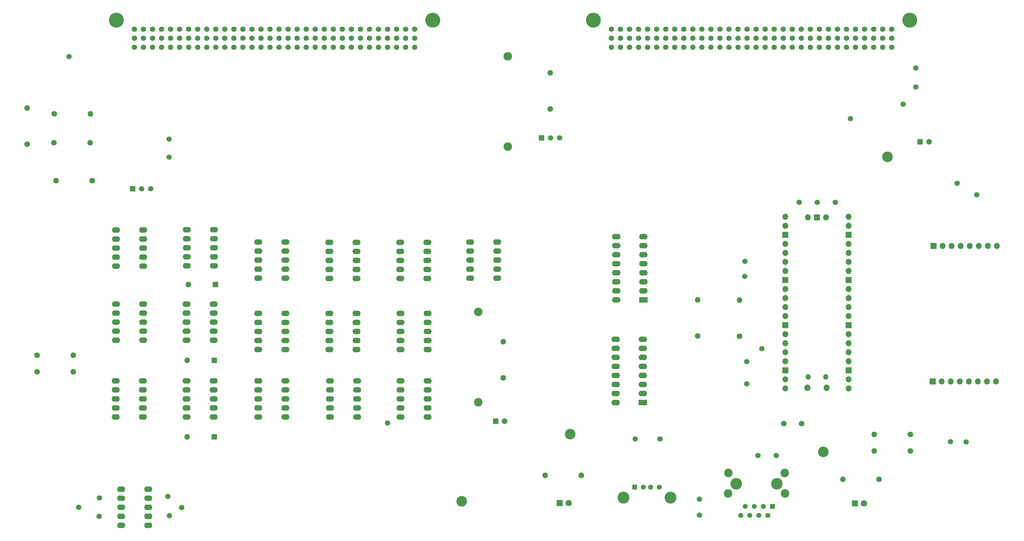
<source format=gbs>
%TF.GenerationSoftware,KiCad,Pcbnew,7.0.5*%
%TF.CreationDate,2025-02-05T20:03:36-05:00*%
%TF.ProjectId,selftest_bd,73656c66-7465-4737-945f-62642e6b6963,2.1*%
%TF.SameCoordinates,Original*%
%TF.FileFunction,Soldermask,Bot*%
%TF.FilePolarity,Negative*%
%FSLAX46Y46*%
G04 Gerber Fmt 4.6, Leading zero omitted, Abs format (unit mm)*
G04 Created by KiCad (PCBNEW 7.0.5) date 2025-02-05 20:03:36*
%MOMM*%
%LPD*%
G01*
G04 APERTURE LIST*
%ADD10C,1.500000*%
%ADD11R,1.800000X1.800000*%
%ADD12C,1.800000*%
%ADD13O,2.300000X1.600000*%
%ADD14R,1.600000X1.600000*%
%ADD15O,1.600000X1.600000*%
%ADD16C,3.250000*%
%ADD17R,1.408000X1.408000*%
%ADD18C,1.408000*%
%ADD19C,2.400000*%
%ADD20C,4.200000*%
%ADD21C,1.600000*%
%ADD22R,1.500000X1.500000*%
%ADD23R,2.400000X1.600000*%
%ADD24O,2.400000X1.600000*%
%ADD25O,2.400000X2.400000*%
%ADD26C,3.000000*%
%ADD27R,1.428000X1.428000*%
%ADD28C,1.428000*%
%ADD29C,3.346000*%
%ADD30R,1.700000X1.700000*%
%ADD31O,1.700000X1.700000*%
%ADD32O,1.800000X1.800000*%
%ADD33O,1.500000X1.500000*%
G04 APERTURE END LIST*
D10*
%TO.C,TP15*%
X215701800Y-98590000D03*
%TD*%
%TO.C,TP32*%
X27923500Y-139564335D03*
%TD*%
%TO.C,TP5*%
X259639000Y-26230000D03*
%TD*%
D11*
%TO.C,D4*%
X163063200Y-138421800D03*
D12*
X165603200Y-138421800D03*
%TD*%
D10*
%TO.C,TP23*%
X202387400Y-141774600D03*
%TD*%
%TO.C,TP40*%
X191313000Y-120337000D03*
%TD*%
D13*
%TO.C,K16*%
X125948400Y-75221600D03*
X125948400Y-72681600D03*
X125948400Y-70141600D03*
X125948400Y-67601600D03*
X125948400Y-65061600D03*
X118328400Y-65061600D03*
X118328400Y-67601600D03*
X118328400Y-70141600D03*
X118328400Y-72681600D03*
X118328400Y-75221600D03*
%TD*%
D10*
%TO.C,TP35*%
X33723500Y-142164335D03*
%TD*%
D13*
%TO.C,K4*%
X126015200Y-114226200D03*
X126015200Y-111686200D03*
X126015200Y-109146200D03*
X126015200Y-106606200D03*
X126015200Y-104066200D03*
X118395200Y-104066200D03*
X118395200Y-106606200D03*
X118395200Y-109146200D03*
X118395200Y-111686200D03*
X118395200Y-114226200D03*
%TD*%
D14*
%TO.C,D1*%
X66025200Y-98276200D03*
D15*
X58405200Y-98276200D03*
%TD*%
D16*
%TO.C,J3*%
X224129800Y-132960800D03*
X212699800Y-132960800D03*
D17*
X222859800Y-139310800D03*
D18*
X221589800Y-141850800D03*
X220319800Y-139310800D03*
X219049800Y-141850800D03*
X217779800Y-139310800D03*
X216509800Y-141850800D03*
X215239800Y-139310800D03*
X213969800Y-141850800D03*
D19*
X226439800Y-135710800D03*
X226329800Y-129910800D03*
X210499800Y-129910800D03*
X210389800Y-135710800D03*
%TD*%
D10*
%TO.C,J2*%
X122352000Y-5165335D03*
X119812000Y-5165335D03*
X117272000Y-5165335D03*
X114732000Y-5165335D03*
X112192000Y-5165335D03*
X109652000Y-5165335D03*
X107112000Y-5165335D03*
X104572000Y-5165335D03*
X102032000Y-5165335D03*
X99492000Y-5165335D03*
X96952000Y-5165335D03*
X94412000Y-5165335D03*
X91872000Y-5165335D03*
X89332000Y-5165335D03*
X86792000Y-5165335D03*
X84252000Y-5165335D03*
X81712000Y-5165335D03*
X79172000Y-5165335D03*
X76632000Y-5165335D03*
X74092000Y-5165335D03*
X71552000Y-5165335D03*
X69012000Y-5165335D03*
X66472000Y-5165335D03*
X63932000Y-5165335D03*
X61392000Y-5165335D03*
X58852000Y-5165335D03*
X56312000Y-5165335D03*
X53772000Y-5165335D03*
X51232000Y-5165335D03*
X48692000Y-5165335D03*
X46152000Y-5165335D03*
X43612000Y-5165335D03*
X122352000Y-7705335D03*
X119812000Y-7705335D03*
X117272000Y-7705335D03*
X114732000Y-7705335D03*
X112192000Y-7705335D03*
X109652000Y-7705335D03*
X107112000Y-7705335D03*
X104572000Y-7705335D03*
X102032000Y-7705335D03*
X99492000Y-7705335D03*
X96952000Y-7705335D03*
X94412000Y-7705335D03*
X91872000Y-7705335D03*
X89332000Y-7705335D03*
X86792000Y-7705335D03*
X84252000Y-7705335D03*
X81712000Y-7705335D03*
X79172000Y-7705335D03*
X76632000Y-7705335D03*
X74092000Y-7705335D03*
X71552000Y-7705335D03*
X69012000Y-7705335D03*
X66472000Y-7705335D03*
X63932000Y-7705335D03*
X61392000Y-7705335D03*
X58852000Y-7705335D03*
X56312000Y-7705335D03*
X53772000Y-7705335D03*
X51232000Y-7705335D03*
X48692000Y-7705335D03*
X46152000Y-7705335D03*
X43612000Y-7705335D03*
X122352000Y-10245335D03*
X119812000Y-10245335D03*
X117272000Y-10245335D03*
X114732000Y-10245335D03*
X112192000Y-10245335D03*
X109652000Y-10245335D03*
X107112000Y-10245335D03*
X104572000Y-10245335D03*
X102032000Y-10245335D03*
X99492000Y-10245335D03*
X96952000Y-10245335D03*
X94412000Y-10245335D03*
X91872000Y-10245335D03*
X89332000Y-10245335D03*
X86792000Y-10245335D03*
X84252000Y-10245335D03*
X81712000Y-10245335D03*
X79172000Y-10245335D03*
X76632000Y-10245335D03*
X74092000Y-10245335D03*
X71552000Y-10245335D03*
X69012000Y-10245335D03*
X66472000Y-10245335D03*
X63932000Y-10245335D03*
X61392000Y-10245335D03*
X58852000Y-10245335D03*
X56312000Y-10245335D03*
X53772000Y-10245335D03*
X51232000Y-10245335D03*
X48692000Y-10245335D03*
X46152000Y-10245335D03*
X43612000Y-10245335D03*
D20*
X127432000Y-2625335D03*
X38532000Y-2625335D03*
%TD*%
D10*
%TO.C,TP2*%
X244811200Y-30294000D03*
%TD*%
%TO.C,TP11*%
X230391400Y-53826600D03*
%TD*%
%TO.C,TP9*%
X25269600Y-12818665D03*
%TD*%
D21*
%TO.C,R9*%
X261671000Y-123766000D03*
D15*
X251511000Y-123766000D03*
%TD*%
D21*
%TO.C,R1*%
X147215200Y-103186200D03*
D15*
X147215200Y-93026200D03*
%TD*%
D21*
%TO.C,R7*%
X21056800Y-37050400D03*
D15*
X31216800Y-37050400D03*
%TD*%
D13*
%TO.C,K17*%
X47513500Y-144654335D03*
X47513500Y-142114335D03*
X47513500Y-139574335D03*
X47513500Y-137034335D03*
X47513500Y-134494335D03*
X39893500Y-134494335D03*
X39893500Y-137034335D03*
X39893500Y-139574335D03*
X39893500Y-142114335D03*
X39893500Y-144654335D03*
%TD*%
D10*
%TO.C,TP4*%
X53391000Y-36009000D03*
%TD*%
%TO.C,J1*%
X256387800Y-5165335D03*
X253847800Y-5165335D03*
X251307800Y-5165335D03*
X248767800Y-5165335D03*
X246227800Y-5165335D03*
X243687800Y-5165335D03*
X241147800Y-5165335D03*
X238607800Y-5165335D03*
X236067800Y-5165335D03*
X233527800Y-5165335D03*
X230987800Y-5165335D03*
X228447800Y-5165335D03*
X225907800Y-5165335D03*
X223367800Y-5165335D03*
X220827800Y-5165335D03*
X218287800Y-5165335D03*
X215747800Y-5165335D03*
X213207800Y-5165335D03*
X210667800Y-5165335D03*
X208127800Y-5165335D03*
X205587800Y-5165335D03*
X203047800Y-5165335D03*
X200507800Y-5165335D03*
X197967800Y-5165335D03*
X195427800Y-5165335D03*
X192887800Y-5165335D03*
X190347800Y-5165335D03*
X187807800Y-5165335D03*
X185267800Y-5165335D03*
X182727800Y-5165335D03*
X180187800Y-5165335D03*
X177647800Y-5165335D03*
X256387800Y-7705335D03*
X253847800Y-7705335D03*
X251307800Y-7705335D03*
X248767800Y-7705335D03*
X246227800Y-7705335D03*
X243687800Y-7705335D03*
X241147800Y-7705335D03*
X238607800Y-7705335D03*
X236067800Y-7705335D03*
X233527800Y-7705335D03*
X230987800Y-7705335D03*
X228447800Y-7705335D03*
X225907800Y-7705335D03*
X223367800Y-7705335D03*
X220827800Y-7705335D03*
X218287800Y-7705335D03*
X215747800Y-7705335D03*
X213207800Y-7705335D03*
X210667800Y-7705335D03*
X208127800Y-7705335D03*
X205587800Y-7705335D03*
X203047800Y-7705335D03*
X200507800Y-7705335D03*
X197967800Y-7705335D03*
X195427800Y-7705335D03*
X192887800Y-7705335D03*
X190347800Y-7705335D03*
X187807800Y-7705335D03*
X185267800Y-7705335D03*
X182727800Y-7705335D03*
X180187800Y-7705335D03*
X177647800Y-7705335D03*
X256387800Y-10245335D03*
X253847800Y-10245335D03*
X251307800Y-10245335D03*
X248767800Y-10245335D03*
X246227800Y-10245335D03*
X243687800Y-10245335D03*
X241147800Y-10245335D03*
X238607800Y-10245335D03*
X236067800Y-10245335D03*
X233527800Y-10245335D03*
X230987800Y-10245335D03*
X228447800Y-10245335D03*
X225907800Y-10245335D03*
X223367800Y-10245335D03*
X220827800Y-10245335D03*
X218287800Y-10245335D03*
X215747800Y-10245335D03*
X213207800Y-10245335D03*
X210667800Y-10245335D03*
X208127800Y-10245335D03*
X205587800Y-10245335D03*
X203047800Y-10245335D03*
X200507800Y-10245335D03*
X197967800Y-10245335D03*
X195427800Y-10245335D03*
X192887800Y-10245335D03*
X190347800Y-10245335D03*
X187807800Y-10245335D03*
X185267800Y-10245335D03*
X182727800Y-10245335D03*
X180187800Y-10245335D03*
X177647800Y-10245335D03*
D20*
X261467800Y-2625335D03*
X172567800Y-2625335D03*
%TD*%
D10*
%TO.C,TP14*%
X215701800Y-104889200D03*
%TD*%
D13*
%TO.C,K14*%
X86015200Y-75196200D03*
X86015200Y-72656200D03*
X86015200Y-70116200D03*
X86015200Y-67576200D03*
X86015200Y-65036200D03*
X78395200Y-65036200D03*
X78395200Y-67576200D03*
X78395200Y-70116200D03*
X78395200Y-72656200D03*
X78395200Y-75196200D03*
%TD*%
D22*
%TO.C,U4*%
X157988200Y-35708600D03*
D10*
X160528200Y-35708600D03*
X163068200Y-35708600D03*
%TD*%
D23*
%TO.C,U2*%
X186588600Y-81271800D03*
D24*
X186588600Y-78731800D03*
X186588600Y-76191800D03*
X186588600Y-73651800D03*
X186588600Y-71111800D03*
X186588600Y-68571800D03*
X186588600Y-66031800D03*
X186588600Y-63491800D03*
X178968600Y-63491800D03*
X178968600Y-66031800D03*
X178968600Y-68571800D03*
X178968600Y-71111800D03*
X178968600Y-73651800D03*
X178968600Y-76191800D03*
X178968600Y-78731800D03*
X178968600Y-81271800D03*
%TD*%
D23*
%TO.C,U3*%
X186436200Y-110151600D03*
D24*
X186436200Y-107611600D03*
X186436200Y-105071600D03*
X186436200Y-102531600D03*
X186436200Y-99991600D03*
X186436200Y-97451600D03*
X186436200Y-94911600D03*
X186436200Y-92371600D03*
X178816200Y-92371600D03*
X178816200Y-94911600D03*
X178816200Y-97451600D03*
X178816200Y-99991600D03*
X178816200Y-102531600D03*
X178816200Y-105071600D03*
X178816200Y-107611600D03*
X178816200Y-110151600D03*
%TD*%
D21*
%TO.C,C1*%
X231111000Y-116019000D03*
X226111000Y-116019000D03*
%TD*%
D10*
%TO.C,TP17*%
X219888000Y-94937000D03*
%TD*%
D13*
%TO.C,K6*%
X46085200Y-71756200D03*
X46085200Y-69216200D03*
X46085200Y-66676200D03*
X46085200Y-64136200D03*
X46085200Y-61596200D03*
X38465200Y-61596200D03*
X38465200Y-64136200D03*
X38465200Y-66676200D03*
X38465200Y-69216200D03*
X38465200Y-71756200D03*
%TD*%
D21*
%TO.C,R11*%
X201854000Y-91381000D03*
D15*
X201854000Y-81221000D03*
%TD*%
D19*
%TO.C,R12*%
X148539400Y-38142600D03*
D25*
X148539400Y-12742600D03*
%TD*%
D10*
%TO.C,TP1*%
X263131200Y-16054065D03*
%TD*%
D13*
%TO.C,K2*%
X86015200Y-114226200D03*
X86015200Y-111686200D03*
X86015200Y-109146200D03*
X86015200Y-106606200D03*
X86015200Y-104066200D03*
X78395200Y-104066200D03*
X78395200Y-106606200D03*
X78395200Y-109146200D03*
X78395200Y-111686200D03*
X78395200Y-114226200D03*
%TD*%
%TO.C,K9*%
X46085200Y-92616200D03*
X46085200Y-90076200D03*
X46085200Y-87536200D03*
X46085200Y-84996200D03*
X46085200Y-82456200D03*
X38465200Y-82456200D03*
X38465200Y-84996200D03*
X38465200Y-87536200D03*
X38465200Y-90076200D03*
X38465200Y-92616200D03*
%TD*%
D10*
%TO.C,TP20*%
X272923200Y-121175200D03*
%TD*%
D13*
%TO.C,K15*%
X106015200Y-75221600D03*
X106015200Y-72681600D03*
X106015200Y-70141600D03*
X106015200Y-67601600D03*
X106015200Y-65061600D03*
X98395200Y-65061600D03*
X98395200Y-67601600D03*
X98395200Y-70141600D03*
X98395200Y-72681600D03*
X98395200Y-75221600D03*
%TD*%
%TO.C,K13*%
X46015200Y-114226200D03*
X46015200Y-111686200D03*
X46015200Y-109146200D03*
X46015200Y-106606200D03*
X46015200Y-104066200D03*
X38395200Y-104066200D03*
X38395200Y-106606200D03*
X38395200Y-109146200D03*
X38395200Y-111686200D03*
X38395200Y-114226200D03*
%TD*%
D10*
%TO.C,TP24*%
X223952000Y-125010600D03*
%TD*%
D13*
%TO.C,K5*%
X106215200Y-114226200D03*
X106215200Y-111686200D03*
X106215200Y-109146200D03*
X106215200Y-106606200D03*
X106215200Y-104066200D03*
X98595200Y-104066200D03*
X98595200Y-106606200D03*
X98595200Y-109146200D03*
X98595200Y-111686200D03*
X98595200Y-114226200D03*
%TD*%
%TO.C,K8*%
X86015200Y-95226200D03*
X86015200Y-92686200D03*
X86015200Y-90146200D03*
X86015200Y-87606200D03*
X86015200Y-85066200D03*
X78395200Y-85066200D03*
X78395200Y-87606200D03*
X78395200Y-90146200D03*
X78395200Y-92686200D03*
X78395200Y-95226200D03*
%TD*%
D10*
%TO.C,TP25*%
X218821200Y-125010600D03*
%TD*%
D21*
%TO.C,R14*%
X31801000Y-47693000D03*
D15*
X21641000Y-47693000D03*
%TD*%
D26*
%TO.C,TP6*%
X135585400Y-137913800D03*
%TD*%
D10*
%TO.C,TP28*%
X114706600Y-115917400D03*
%TD*%
D21*
%TO.C,R6*%
X13513000Y-37482200D03*
D15*
X13513000Y-27322200D03*
%TD*%
D26*
%TO.C,TP37*%
X166040000Y-119016200D03*
%TD*%
D21*
%TO.C,R15*%
X169164200Y-130598600D03*
D15*
X159004200Y-130598600D03*
%TD*%
D14*
%TO.C,D3*%
X66375200Y-76926200D03*
D15*
X58755200Y-76926200D03*
%TD*%
D27*
%TO.C,J4*%
X184138400Y-133885065D03*
D28*
X186638400Y-133885065D03*
X188638400Y-133885065D03*
X191138400Y-133885065D03*
D29*
X181068400Y-136885065D03*
X194208400Y-136885065D03*
%TD*%
D30*
%TO.C,J6*%
X268135600Y-66085600D03*
D31*
X270675600Y-66085600D03*
X273215600Y-66085600D03*
X275755600Y-66085600D03*
X278295600Y-66085600D03*
X280835600Y-66085600D03*
X283375600Y-66085600D03*
X285915600Y-66085600D03*
%TD*%
D10*
%TO.C,TP34*%
X53023500Y-136564335D03*
%TD*%
D13*
%TO.C,K3*%
X126015200Y-95226200D03*
X126015200Y-92686200D03*
X126015200Y-90146200D03*
X126015200Y-87606200D03*
X126015200Y-85066200D03*
X118395200Y-85066200D03*
X118395200Y-87606200D03*
X118395200Y-90146200D03*
X118395200Y-92686200D03*
X118395200Y-95226200D03*
%TD*%
D10*
%TO.C,TP33*%
X53423500Y-141964335D03*
%TD*%
%TO.C,TP26*%
X274752000Y-48455000D03*
%TD*%
D13*
%TO.C,K1*%
X145542200Y-75205600D03*
X145542200Y-72665600D03*
X145542200Y-70125600D03*
X145542200Y-67585600D03*
X145542200Y-65045600D03*
X137922200Y-65045600D03*
X137922200Y-67585600D03*
X137922200Y-70125600D03*
X137922200Y-72665600D03*
X137922200Y-75205600D03*
%TD*%
D10*
%TO.C,TP13*%
X240551400Y-53826600D03*
%TD*%
%TO.C,TP12*%
X235471400Y-53826600D03*
%TD*%
D13*
%TO.C,K12*%
X65938600Y-71670600D03*
X65938600Y-69130600D03*
X65938600Y-66590600D03*
X65938600Y-64050600D03*
X65938600Y-61510600D03*
X58318600Y-61510600D03*
X58318600Y-64050600D03*
X58318600Y-66590600D03*
X58318600Y-69130600D03*
X58318600Y-71670600D03*
%TD*%
D10*
%TO.C,TP22*%
X202387400Y-137278800D03*
%TD*%
D21*
%TO.C,R5*%
X21133000Y-28897000D03*
D15*
X31293000Y-28897000D03*
%TD*%
D10*
%TO.C,TP36*%
X33823500Y-136964335D03*
%TD*%
D21*
%TO.C,R4*%
X16306200Y-101466600D03*
D15*
X26466200Y-101466600D03*
%TD*%
D14*
%TO.C,C3*%
X264379144Y-36771000D03*
D21*
X266879144Y-36771000D03*
%TD*%
D26*
%TO.C,TP38*%
X255244800Y-41020865D03*
%TD*%
D10*
%TO.C,TP39*%
X184329400Y-120414465D03*
%TD*%
%TO.C,TP27*%
X280289200Y-51680800D03*
%TD*%
D13*
%TO.C,K7*%
X106015200Y-95226200D03*
X106015200Y-92686200D03*
X106015200Y-90146200D03*
X106015200Y-87606200D03*
X106015200Y-85066200D03*
X98395200Y-85066200D03*
X98395200Y-87606200D03*
X98395200Y-90146200D03*
X98395200Y-92686200D03*
X98395200Y-95226200D03*
%TD*%
D10*
%TO.C,TP21*%
X277292000Y-121226000D03*
%TD*%
D21*
%TO.C,R13*%
X160426600Y-27550800D03*
D15*
X160426600Y-17390800D03*
%TD*%
D21*
%TO.C,R10*%
X213665000Y-91508000D03*
D15*
X213665000Y-81348000D03*
%TD*%
D14*
%TO.C,C2*%
X145125000Y-115384000D03*
D21*
X147625000Y-115384000D03*
%TD*%
D10*
%TO.C,TP19*%
X215176800Y-70446800D03*
%TD*%
%TO.C,TP18*%
X215062000Y-74617000D03*
%TD*%
D13*
%TO.C,K11*%
X65928200Y-114226200D03*
X65928200Y-111686200D03*
X65928200Y-109146200D03*
X65928200Y-106606200D03*
X65928200Y-104066200D03*
X58308200Y-104066200D03*
X58308200Y-106606200D03*
X58308200Y-109146200D03*
X58308200Y-111686200D03*
X58308200Y-114226200D03*
%TD*%
D10*
%TO.C,TP7*%
X263131200Y-21394065D03*
%TD*%
D26*
%TO.C,TP3*%
X237210800Y-124045400D03*
%TD*%
D14*
%TO.C,D2*%
X66040200Y-119778200D03*
D15*
X58420200Y-119778200D03*
%TD*%
D10*
%TO.C,TP8*%
X53391000Y-41089000D03*
%TD*%
D21*
%TO.C,R3*%
X16256200Y-96816600D03*
D15*
X26416200Y-96816600D03*
%TD*%
D10*
%TO.C,TP31*%
X56947000Y-139641000D03*
%TD*%
D32*
%TO.C,U1*%
X238107000Y-105983000D03*
D33*
X237807000Y-102953000D03*
X232957000Y-102953000D03*
D32*
X232657000Y-105983000D03*
D31*
X244272000Y-106113000D03*
X244272000Y-103573000D03*
D30*
X244272000Y-101033000D03*
D31*
X244272000Y-98493000D03*
X244272000Y-95953000D03*
X244272000Y-93413000D03*
X244272000Y-90873000D03*
D30*
X244272000Y-88333000D03*
D31*
X244272000Y-85793000D03*
X244272000Y-83253000D03*
X244272000Y-80713000D03*
X244272000Y-78173000D03*
D30*
X244272000Y-75633000D03*
D31*
X244272000Y-73093000D03*
X244272000Y-70553000D03*
X244272000Y-68013000D03*
X244272000Y-65473000D03*
D30*
X244272000Y-62933000D03*
D31*
X244272000Y-60393000D03*
X244272000Y-57853000D03*
X226492000Y-57853000D03*
X226492000Y-60393000D03*
D30*
X226492000Y-62933000D03*
D31*
X226492000Y-65473000D03*
X226492000Y-68013000D03*
X226492000Y-70553000D03*
X226492000Y-73093000D03*
D30*
X226492000Y-75633000D03*
D31*
X226492000Y-78173000D03*
X226492000Y-80713000D03*
X226492000Y-83253000D03*
X226492000Y-85793000D03*
D30*
X226492000Y-88333000D03*
D31*
X226492000Y-90873000D03*
X226492000Y-93413000D03*
X226492000Y-95953000D03*
X226492000Y-98493000D03*
D30*
X226492000Y-101033000D03*
D31*
X226492000Y-103573000D03*
X226492000Y-106113000D03*
X237922000Y-58083000D03*
D30*
X235382000Y-58083000D03*
D31*
X232842000Y-58083000D03*
%TD*%
D22*
%TO.C,U5*%
X43078600Y-50055200D03*
D10*
X45618600Y-50055200D03*
X48158600Y-50055200D03*
%TD*%
D13*
%TO.C,K10*%
X65928200Y-92616200D03*
X65928200Y-90076200D03*
X65928200Y-87536200D03*
X65928200Y-84996200D03*
X65928200Y-82456200D03*
X58308200Y-82456200D03*
X58308200Y-84996200D03*
X58308200Y-87536200D03*
X58308200Y-90076200D03*
X58308200Y-92616200D03*
%TD*%
D19*
%TO.C,R2*%
X140215200Y-110026200D03*
D25*
X140215200Y-84626200D03*
%TD*%
D11*
%TO.C,D5*%
X246045000Y-138523400D03*
D12*
X248585000Y-138523400D03*
%TD*%
D21*
%TO.C,R16*%
X252806400Y-131741600D03*
D15*
X242646400Y-131741600D03*
%TD*%
D21*
%TO.C,R8*%
X261671000Y-119067000D03*
D15*
X251511000Y-119067000D03*
%TD*%
D30*
%TO.C,J5*%
X267932000Y-104185600D03*
D31*
X270472000Y-104185600D03*
X273012000Y-104185600D03*
X275552000Y-104185600D03*
X278092000Y-104185600D03*
X280632000Y-104185600D03*
X283172000Y-104185600D03*
X285712000Y-104185600D03*
%TD*%
M02*

</source>
